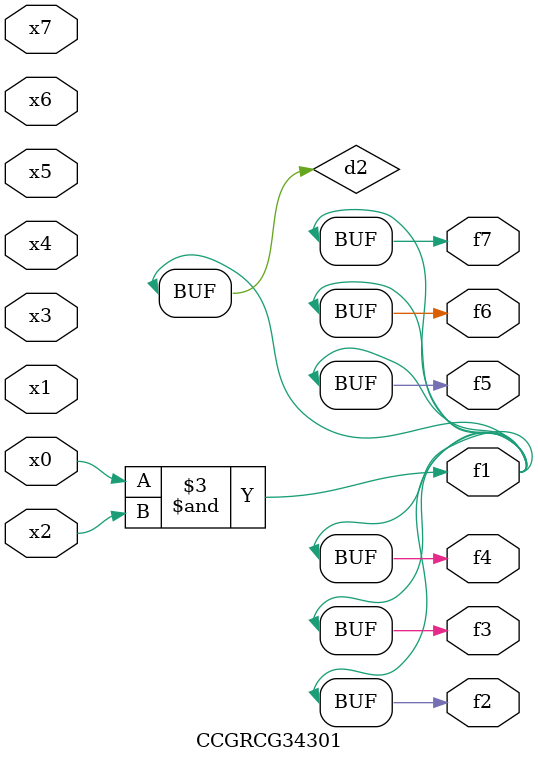
<source format=v>
module CCGRCG34301(
	input x0, x1, x2, x3, x4, x5, x6, x7,
	output f1, f2, f3, f4, f5, f6, f7
);

	wire d1, d2;

	nor (d1, x3, x6);
	and (d2, x0, x2);
	assign f1 = d2;
	assign f2 = d2;
	assign f3 = d2;
	assign f4 = d2;
	assign f5 = d2;
	assign f6 = d2;
	assign f7 = d2;
endmodule

</source>
